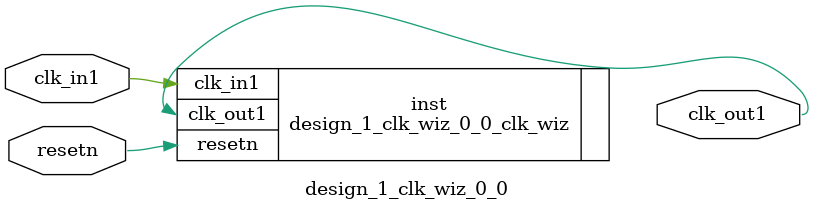
<source format=v>


`timescale 1ps/1ps

(* CORE_GENERATION_INFO = "design_1_clk_wiz_0_0,clk_wiz_v5_4_0_0,{component_name=design_1_clk_wiz_0_0,use_phase_alignment=true,use_min_o_jitter=false,use_max_i_jitter=false,use_dyn_phase_shift=false,use_inclk_switchover=false,use_dyn_reconfig=false,enable_axi=0,feedback_source=FDBK_AUTO,PRIMITIVE=MMCM,num_out_clk=1,clkin1_period=10.000,clkin2_period=10.000,use_power_down=false,use_reset=true,use_locked=false,use_inclk_stopped=false,feedback_type=SINGLE,CLOCK_MGR_TYPE=NA,manual_override=false}" *)

module design_1_clk_wiz_0_0 
 (
  // Clock out ports
  output        clk_out1,
  // Status and control signals
  input         resetn,
 // Clock in ports
  input         clk_in1
 );

  design_1_clk_wiz_0_0_clk_wiz inst
  (
  // Clock out ports  
  .clk_out1(clk_out1),
  // Status and control signals               
  .resetn(resetn), 
 // Clock in ports
  .clk_in1(clk_in1)
  );

endmodule

</source>
